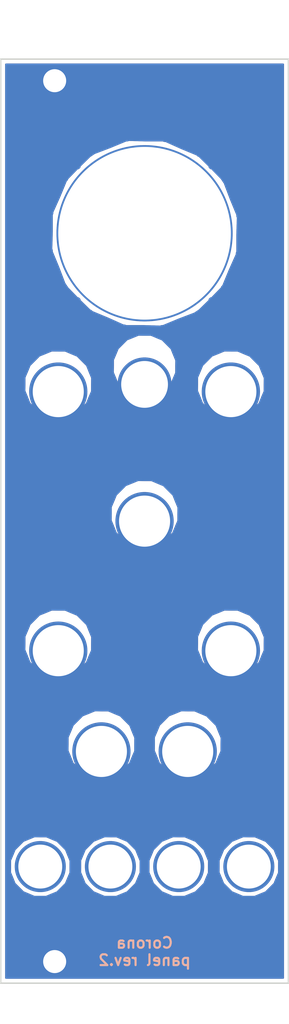
<source format=kicad_pcb>
(kicad_pcb (version 20171130) (host pcbnew "(5.0.2)-1")

  (general
    (thickness 1.6)
    (drawings 8)
    (tracks 0)
    (zones 0)
    (modules 15)
    (nets 1)
  )

  (page A4)
  (title_block
    (title Valve)
    (date 2018-01-22)
    (rev 1)
    (company "Coriolis Instruments")
    (comment 1 "Combined board with cutting lines.")
  )

  (layers
    (0 F.Cu signal)
    (31 B.Cu signal)
    (32 B.Adhes user hide)
    (33 F.Adhes user hide)
    (34 B.Paste user hide)
    (35 F.Paste user hide)
    (36 B.SilkS user)
    (37 F.SilkS user)
    (38 B.Mask user)
    (39 F.Mask user)
    (40 Dwgs.User user)
    (41 Cmts.User user hide)
    (42 Eco1.User user)
    (43 Eco2.User user hide)
    (44 Edge.Cuts user)
    (45 Margin user hide)
    (46 B.CrtYd user hide)
    (47 F.CrtYd user)
    (48 B.Fab user hide)
    (49 F.Fab user hide)
  )

  (setup
    (last_trace_width 0.25)
    (trace_clearance 0.2)
    (zone_clearance 0.508)
    (zone_45_only no)
    (trace_min 0.2)
    (segment_width 0.2)
    (edge_width 0.2)
    (via_size 0.8)
    (via_drill 0.4)
    (via_min_size 0.4)
    (via_min_drill 0.3)
    (uvia_size 0.3)
    (uvia_drill 0.1)
    (uvias_allowed no)
    (uvia_min_size 0.2)
    (uvia_min_drill 0.1)
    (pcb_text_width 0.3)
    (pcb_text_size 1.5 1.5)
    (mod_edge_width 0.15)
    (mod_text_size 1 1)
    (mod_text_width 0.15)
    (pad_size 3.2 3.2)
    (pad_drill 3.2)
    (pad_to_mask_clearance 0.2)
    (solder_mask_min_width 0.25)
    (aux_axis_origin 107.95 156.21)
    (visible_elements 7FFFFF7F)
    (pcbplotparams
      (layerselection 0x010fc_ffffffff)
      (usegerberextensions true)
      (usegerberattributes false)
      (usegerberadvancedattributes false)
      (creategerberjobfile false)
      (excludeedgelayer true)
      (linewidth 0.100000)
      (plotframeref false)
      (viasonmask false)
      (mode 1)
      (useauxorigin false)
      (hpglpennumber 1)
      (hpglpenspeed 20)
      (hpglpendiameter 15.000000)
      (psnegative false)
      (psa4output false)
      (plotreference true)
      (plotvalue true)
      (plotinvisibletext false)
      (padsonsilk false)
      (subtractmaskfromsilk false)
      (outputformat 1)
      (mirror false)
      (drillshape 0)
      (scaleselection 1)
      (outputdirectory "gerbers/"))
  )

  (net 0 "")

  (net_class Default "Dit is de standaard class."
    (clearance 0.2)
    (trace_width 0.25)
    (via_dia 0.8)
    (via_drill 0.4)
    (uvia_dia 0.3)
    (uvia_drill 0.1)
  )

  (module MountingHole:MountingHole_3.2mm_M3 (layer F.Cu) (tedit 5CA4FAF2) (tstamp 5CA500D4)
    (at 7.5 125.4)
    (descr "Mounting Hole 3.2mm, no annular, M3")
    (tags "mounting hole 3.2mm no annular m3")
    (attr virtual)
    (fp_text reference MHRAIL2 (at 0 -4.2) (layer F.SilkS) hide
      (effects (font (size 1 1) (thickness 0.15)))
    )
    (fp_text value MountingHole_3.2mm_M3 (at 0 4.2) (layer F.Fab)
      (effects (font (size 1 1) (thickness 0.15)))
    )
    (fp_text user %R (at 0.3 0) (layer F.Fab)
      (effects (font (size 1 1) (thickness 0.15)))
    )
    (fp_circle (center 0 0) (end 3.2 0) (layer Cmts.User) (width 0.15))
    (fp_circle (center 0 0) (end 3.45 0) (layer F.CrtYd) (width 0.05))
    (pad 1 np_thru_hole circle (at 0 0) (size 3.2 3.2) (drill 3.2) (layers *.Cu *.Mask))
  )

  (module Coriolis-KiCad:panel_9mm_pot (layer F.Cu) (tedit 5B77EBF4) (tstamp 5CA4FC36)
    (at 26 96.2)
    (attr virtual)
    (fp_text reference MH6 (at 6.5532 -1.3716) (layer F.SilkS) hide
      (effects (font (size 1.27 1.27) (thickness 0.15)))
    )
    (fp_text value Pot (at 6.1722 1.524) (layer F.SilkS) hide
      (effects (font (size 1.27 1.27) (thickness 0.15)))
    )
    (pad "" np_thru_hole circle (at 0 0) (size 8.1 8.1) (drill 7.1) (layers *.Cu *.Mask))
  )

  (module Coriolis-KiCad:panel_9mm_pot (layer F.Cu) (tedit 5B77EBF4) (tstamp 5CA4FC2E)
    (at 14 96.2)
    (attr virtual)
    (fp_text reference MH6 (at 6.5532 -1.3716) (layer F.SilkS) hide
      (effects (font (size 1.27 1.27) (thickness 0.15)))
    )
    (fp_text value Pot (at 6.1722 1.524) (layer F.SilkS) hide
      (effects (font (size 1.27 1.27) (thickness 0.15)))
    )
    (pad "" np_thru_hole circle (at 0 0) (size 8.1 8.1) (drill 7.1) (layers *.Cu *.Mask))
  )

  (module Coriolis-KiCad:panel_9mm_pot (layer F.Cu) (tedit 5B77EBF4) (tstamp 5BE9D94F)
    (at 20 64.2)
    (attr virtual)
    (fp_text reference MH6 (at 6.5532 -1.3716) (layer F.SilkS) hide
      (effects (font (size 1.27 1.27) (thickness 0.15)))
    )
    (fp_text value Pot (at 6.1722 1.524) (layer F.SilkS) hide
      (effects (font (size 1.27 1.27) (thickness 0.15)))
    )
    (pad "" np_thru_hole circle (at 0 0) (size 8.1 8.1) (drill 7.1) (layers *.Cu *.Mask))
  )

  (module Coriolis-KiCad:panel_thonk_jack (layer F.Cu) (tedit 5B77EB7E) (tstamp 5BE9D66E)
    (at 15.25 112.2)
    (attr virtual)
    (fp_text reference MH3 (at 5.8674 -1.5494) (layer F.SilkS) hide
      (effects (font (size 1.27 1.27) (thickness 0.15)))
    )
    (fp_text value Jack (at 5.6896 1.3208) (layer F.SilkS) hide
      (effects (font (size 1.27 1.27) (thickness 0.15)))
    )
    (pad "" np_thru_hole circle (at 0 0) (size 7.1 7.1) (drill 6.1) (layers *.Cu *.Mask))
  )

  (module Coriolis-KiCad:panel_thonk_jack (layer F.Cu) (tedit 5B77EB7E) (tstamp 5BE9D65E)
    (at 34.5 112.2)
    (attr virtual)
    (fp_text reference MH3 (at 5.8674 -1.5494) (layer F.SilkS) hide
      (effects (font (size 1.27 1.27) (thickness 0.15)))
    )
    (fp_text value Jack (at 5.6896 1.3208) (layer F.SilkS) hide
      (effects (font (size 1.27 1.27) (thickness 0.15)))
    )
    (pad "" np_thru_hole circle (at 0 0) (size 7.1 7.1) (drill 6.1) (layers *.Cu *.Mask))
  )

  (module Coriolis-KiCad:panel_thonk_jack (layer F.Cu) (tedit 5B77EB7E) (tstamp 5BE9D656)
    (at 24.75 112.2)
    (attr virtual)
    (fp_text reference MH3 (at 5.8674 -1.5494) (layer F.SilkS) hide
      (effects (font (size 1.27 1.27) (thickness 0.15)))
    )
    (fp_text value Jack (at 5.6896 1.3208) (layer F.SilkS) hide
      (effects (font (size 1.27 1.27) (thickness 0.15)))
    )
    (pad "" np_thru_hole circle (at 0 0) (size 7.1 7.1) (drill 6.1) (layers *.Cu *.Mask))
  )

  (module Coriolis-KiCad:panel_9mm_pot (layer F.Cu) (tedit 5B77EBF4) (tstamp 5BE9D4EE)
    (at 32 82.2)
    (attr virtual)
    (fp_text reference MH6 (at 6.5532 -1.3716) (layer F.SilkS) hide
      (effects (font (size 1.27 1.27) (thickness 0.15)))
    )
    (fp_text value Pot (at 6.1722 1.524) (layer F.SilkS) hide
      (effects (font (size 1.27 1.27) (thickness 0.15)))
    )
    (pad "" np_thru_hole circle (at 0 0) (size 8.1 8.1) (drill 7.1) (layers *.Cu *.Mask))
  )

  (module Coriolis-KiCad:panel_9mm_pot (layer F.Cu) (tedit 5B77EBF4) (tstamp 5BE9D2AF)
    (at 8 82.2)
    (attr virtual)
    (fp_text reference MH6 (at 6.5532 -1.3716) (layer F.SilkS) hide
      (effects (font (size 1.27 1.27) (thickness 0.15)))
    )
    (fp_text value Pot (at 6.1722 1.524) (layer F.SilkS) hide
      (effects (font (size 1.27 1.27) (thickness 0.15)))
    )
    (pad "" np_thru_hole circle (at 0 0) (size 8.1 8.1) (drill 7.1) (layers *.Cu *.Mask))
  )

  (module Coriolis-KiCad:panel_9mm_pot (layer F.Cu) (tedit 5B77EBF4) (tstamp 5BE9D200)
    (at 8 46.2)
    (attr virtual)
    (fp_text reference MH6 (at 6.5532 -1.3716) (layer F.SilkS) hide
      (effects (font (size 1.27 1.27) (thickness 0.15)))
    )
    (fp_text value Pot (at 6.1722 1.524) (layer F.SilkS) hide
      (effects (font (size 1.27 1.27) (thickness 0.15)))
    )
    (pad "" np_thru_hole circle (at 0 0) (size 8.1 8.1) (drill 7.1) (layers *.Cu *.Mask))
  )

  (module Coriolis-KiCad:panel_9mm_pot (layer F.Cu) (tedit 5B77EBF4) (tstamp 5BE9D007)
    (at 32 46.2)
    (attr virtual)
    (fp_text reference MH6 (at 6.5532 -1.3716) (layer F.SilkS) hide
      (effects (font (size 1.27 1.27) (thickness 0.15)))
    )
    (fp_text value Pot (at 6.1722 1.524) (layer F.SilkS) hide
      (effects (font (size 1.27 1.27) (thickness 0.15)))
    )
    (pad "" np_thru_hole circle (at 0 0) (size 8.1 8.1) (drill 7.1) (layers *.Cu *.Mask))
  )

  (module Coriolis-KiCad:panel_thonk_jack (layer F.Cu) (tedit 5B77EB7E) (tstamp 5BE9D5E1)
    (at 5.5 112.2)
    (attr virtual)
    (fp_text reference MH3 (at 5.8674 -1.5494) (layer F.SilkS) hide
      (effects (font (size 1.27 1.27) (thickness 0.15)))
    )
    (fp_text value Jack (at 5.6896 1.3208) (layer F.SilkS) hide
      (effects (font (size 1.27 1.27) (thickness 0.15)))
    )
    (pad "" np_thru_hole circle (at 0 0) (size 7.1 7.1) (drill 6.1) (layers *.Cu *.Mask))
  )

  (module Coriolis-KiCad:panel_0.25in_bushing (layer F.Cu) (tedit 5B79279F) (tstamp 5BE9D9AF)
    (at 20 45.2)
    (attr virtual)
    (fp_text reference MH5 (at 6.5532 -1.3716) (layer F.SilkS) hide
      (effects (font (size 1.27 1.27) (thickness 0.15)))
    )
    (fp_text value Switch (at 6.1722 1.524) (layer F.SilkS) hide
      (effects (font (size 1.27 1.27) (thickness 0.15)))
    )
    (pad "" np_thru_hole circle (at 0 0) (size 7.5 7.5) (drill 6.5) (layers *.Cu *.Mask))
  )

  (module Coriolis-KiCad:panel_12AX7_hole (layer F.Cu) (tedit 5CA4F9B8) (tstamp 5BFCF791)
    (at 20 24.2)
    (fp_text reference MHTUBE1 (at 0 -1.93) (layer F.SilkS) hide
      (effects (font (size 1 1) (thickness 0.15)))
    )
    (fp_text value panel_12AX7_hole (at 0 -0.5) (layer F.Fab)
      (effects (font (size 1 1) (thickness 0.15)))
    )
    (pad "" np_thru_hole circle (at 0 0) (size 24.5 24.5) (drill 24) (layers *.Cu *.Mask))
  )

  (module MountingHole:MountingHole_3.2mm_M3 (layer F.Cu) (tedit 5CA4FAE9) (tstamp 5CA500BA)
    (at 7.5 3)
    (descr "Mounting Hole 3.2mm, no annular, M3")
    (tags "mounting hole 3.2mm no annular m3")
    (attr virtual)
    (fp_text reference MHRAIL1 (at 0 -4.2) (layer F.SilkS) hide
      (effects (font (size 1 1) (thickness 0.15)))
    )
    (fp_text value MountingHole_3.2mm_M3 (at 0 4.2) (layer F.Fab)
      (effects (font (size 1 1) (thickness 0.15)))
    )
    (fp_circle (center 0 0) (end 3.45 0) (layer F.CrtYd) (width 0.05))
    (fp_circle (center 0 0) (end 3.2 0) (layer Cmts.User) (width 0.15))
    (fp_text user %R (at 0.3 0) (layer F.Fab)
      (effects (font (size 1 1) (thickness 0.15)))
    )
    (pad 1 np_thru_hole circle (at 0 0) (size 3.2 3.2) (drill 3.2) (layers *.Cu *.Mask))
  )

  (gr_text "Corona\npanel rev.2" (at 20 124) (layer B.SilkS)
    (effects (font (size 1.5 1.5) (thickness 0.3)) (justify mirror))
  )
  (gr_text center (at 20 -6.81) (layer Dwgs.User)
    (effects (font (size 1.5 1.5) (thickness 0.3)))
  )
  (gr_line (start 20 -2) (end 20 134) (layer Dwgs.User) (width 0.2) (tstamp 5AA245F4))
  (gr_line (start 0 128.4) (end 0 0) (layer Edge.Cuts) (width 0.2))
  (gr_line (start 40 0) (end 40 128.4) (layer Edge.Cuts) (width 0.2))
  (gr_line (start 40 0) (end 0 0) (layer Edge.Cuts) (width 0.2))
  (gr_text "Combined board 99mmx60mm (12HP)\n@ [120 180],[51 150]" (at 185.532 52.972) (layer Cmts.User)
    (effects (font (size 1.5 1.5) (thickness 0.3)) (justify left))
  )
  (gr_line (start 0 128.4) (end 40 128.4) (layer Edge.Cuts) (width 0.2))

  (zone (net 0) (net_name "") (layer F.Cu) (tstamp 5BECA2F6) (hatch edge 0.508)
    (connect_pads (clearance 0.508))
    (min_thickness 0.254)
    (fill yes (arc_segments 16) (thermal_gap 0.508) (thermal_bridge_width 0.508))
    (polygon
      (pts
        (xy 40 0) (xy 0 0) (xy 0 128.4) (xy 40 128.4)
      )
    )
    (filled_polygon
      (pts
        (xy 39.265001 127.665) (xy 0.735 127.665) (xy 0.735 112.992645) (xy 1.307279 112.992645) (xy 1.315 113.011798)
        (xy 1.315 113.032448) (xy 1.625959 113.783171) (xy 1.929763 114.536793) (xy 1.95175 114.569698) (xy 1.952128 114.570612)
        (xy 1.952827 114.571311) (xy 1.974814 114.604217) (xy 2.022313 114.640797) (xy 3.059203 115.677687) (xy 3.095783 115.725186)
        (xy 3.114785 115.733269) (xy 3.129388 115.747872) (xy 3.880103 116.058828) (xy 4.627823 116.376901) (xy 4.648473 116.377097)
        (xy 4.667552 116.385) (xy 5.480123 116.385) (xy 6.292645 116.392721) (xy 6.311798 116.385) (xy 6.332448 116.385)
        (xy 7.083171 116.074041) (xy 7.836793 115.770237) (xy 7.869698 115.74825) (xy 7.870612 115.747872) (xy 7.871311 115.747173)
        (xy 7.904217 115.725186) (xy 7.940797 115.677687) (xy 8.977687 114.640797) (xy 9.025186 114.604217) (xy 9.033269 114.585215)
        (xy 9.047872 114.570612) (xy 9.358828 113.819897) (xy 9.676901 113.072177) (xy 9.677097 113.051527) (xy 9.685 113.032448)
        (xy 9.685 112.992645) (xy 11.057279 112.992645) (xy 11.065 113.011798) (xy 11.065 113.032448) (xy 11.375959 113.783171)
        (xy 11.679763 114.536793) (xy 11.70175 114.569698) (xy 11.702128 114.570612) (xy 11.702827 114.571311) (xy 11.724814 114.604217)
        (xy 11.772313 114.640797) (xy 12.809203 115.677687) (xy 12.845783 115.725186) (xy 12.864785 115.733269) (xy 12.879388 115.747872)
        (xy 13.630103 116.058828) (xy 14.377823 116.376901) (xy 14.398473 116.377097) (xy 14.417552 116.385) (xy 15.230123 116.385)
        (xy 16.042645 116.392721) (xy 16.061798 116.385) (xy 16.082448 116.385) (xy 16.833171 116.074041) (xy 17.586793 115.770237)
        (xy 17.619698 115.74825) (xy 17.620612 115.747872) (xy 17.621311 115.747173) (xy 17.654217 115.725186) (xy 17.690797 115.677687)
        (xy 18.727687 114.640797) (xy 18.775186 114.604217) (xy 18.783269 114.585215) (xy 18.797872 114.570612) (xy 19.108828 113.819897)
        (xy 19.426901 113.072177) (xy 19.427097 113.051527) (xy 19.435 113.032448) (xy 19.435 112.992645) (xy 20.557279 112.992645)
        (xy 20.565 113.011798) (xy 20.565 113.032448) (xy 20.875959 113.783171) (xy 21.179763 114.536793) (xy 21.20175 114.569698)
        (xy 21.202128 114.570612) (xy 21.202827 114.571311) (xy 21.224814 114.604217) (xy 21.272313 114.640797) (xy 22.309203 115.677687)
        (xy 22.345783 115.725186) (xy 22.364785 115.733269) (xy 22.379388 115.747872) (xy 23.130103 116.058828) (xy 23.877823 116.376901)
        (xy 23.898473 116.377097) (xy 23.917552 116.385) (xy 24.730123 116.385) (xy 25.542645 116.392721) (xy 25.561798 116.385)
        (xy 25.582448 116.385) (xy 26.333171 116.074041) (xy 27.086793 115.770237) (xy 27.119698 115.74825) (xy 27.120612 115.747872)
        (xy 27.121311 115.747173) (xy 27.154217 115.725186) (xy 27.190797 115.677687) (xy 28.227687 114.640797) (xy 28.275186 114.604217)
        (xy 28.283269 114.585215) (xy 28.297872 114.570612) (xy 28.608828 113.819897) (xy 28.926901 113.072177) (xy 28.927097 113.051527)
        (xy 28.935 113.032448) (xy 28.935 112.992645) (xy 30.307279 112.992645) (xy 30.315 113.011798) (xy 30.315 113.032448)
        (xy 30.625959 113.783171) (xy 30.929763 114.536793) (xy 30.95175 114.569698) (xy 30.952128 114.570612) (xy 30.952827 114.571311)
        (xy 30.974814 114.604217) (xy 31.022313 114.640797) (xy 32.059203 115.677687) (xy 32.095783 115.725186) (xy 32.114785 115.733269)
        (xy 32.129388 115.747872) (xy 32.880103 116.058828) (xy 33.627823 116.376901) (xy 33.648473 116.377097) (xy 33.667552 116.385)
        (xy 34.480123 116.385) (xy 35.292645 116.392721) (xy 35.311798 116.385) (xy 35.332448 116.385) (xy 36.083171 116.074041)
        (xy 36.836793 115.770237) (xy 36.869698 115.74825) (xy 36.870612 115.747872) (xy 36.871311 115.747173) (xy 36.904217 115.725186)
        (xy 36.940797 115.677687) (xy 37.977687 114.640797) (xy 38.025186 114.604217) (xy 38.033269 114.585215) (xy 38.047872 114.570612)
        (xy 38.358828 113.819897) (xy 38.676901 113.072177) (xy 38.677097 113.051527) (xy 38.685 113.032448) (xy 38.685 112.219877)
        (xy 38.692721 111.407355) (xy 38.685 111.388202) (xy 38.685 111.367552) (xy 38.374041 110.616829) (xy 38.070237 109.863207)
        (xy 38.04825 109.830302) (xy 38.047872 109.829388) (xy 38.047173 109.828689) (xy 38.025186 109.795783) (xy 37.977687 109.759203)
        (xy 36.940797 108.722313) (xy 36.904217 108.674814) (xy 36.885215 108.666731) (xy 36.870612 108.652128) (xy 36.119897 108.341172)
        (xy 35.372177 108.023099) (xy 35.351527 108.022903) (xy 35.332448 108.015) (xy 34.519877 108.015) (xy 33.707355 108.007279)
        (xy 33.688202 108.015) (xy 33.667552 108.015) (xy 32.916829 108.325959) (xy 32.163207 108.629763) (xy 32.130302 108.65175)
        (xy 32.129388 108.652128) (xy 32.128689 108.652827) (xy 32.095783 108.674814) (xy 32.059203 108.722313) (xy 31.022313 109.759203)
        (xy 30.974814 109.795783) (xy 30.966731 109.814785) (xy 30.952128 109.829388) (xy 30.641172 110.580103) (xy 30.323099 111.327823)
        (xy 30.322903 111.348473) (xy 30.315 111.367552) (xy 30.315 112.180123) (xy 30.307279 112.992645) (xy 28.935 112.992645)
        (xy 28.935 112.219877) (xy 28.942721 111.407355) (xy 28.935 111.388202) (xy 28.935 111.367552) (xy 28.624041 110.616829)
        (xy 28.320237 109.863207) (xy 28.29825 109.830302) (xy 28.297872 109.829388) (xy 28.297173 109.828689) (xy 28.275186 109.795783)
        (xy 28.227687 109.759203) (xy 27.190797 108.722313) (xy 27.154217 108.674814) (xy 27.135215 108.666731) (xy 27.120612 108.652128)
        (xy 26.369897 108.341172) (xy 25.622177 108.023099) (xy 25.601527 108.022903) (xy 25.582448 108.015) (xy 24.769877 108.015)
        (xy 23.957355 108.007279) (xy 23.938202 108.015) (xy 23.917552 108.015) (xy 23.166829 108.325959) (xy 22.413207 108.629763)
        (xy 22.380302 108.65175) (xy 22.379388 108.652128) (xy 22.378689 108.652827) (xy 22.345783 108.674814) (xy 22.309203 108.722313)
        (xy 21.272313 109.759203) (xy 21.224814 109.795783) (xy 21.216731 109.814785) (xy 21.202128 109.829388) (xy 20.891172 110.580103)
        (xy 20.573099 111.327823) (xy 20.572903 111.348473) (xy 20.565 111.367552) (xy 20.565 112.180123) (xy 20.557279 112.992645)
        (xy 19.435 112.992645) (xy 19.435 112.219877) (xy 19.442721 111.407355) (xy 19.435 111.388202) (xy 19.435 111.367552)
        (xy 19.124041 110.616829) (xy 18.820237 109.863207) (xy 18.79825 109.830302) (xy 18.797872 109.829388) (xy 18.797173 109.828689)
        (xy 18.775186 109.795783) (xy 18.727687 109.759203) (xy 17.690797 108.722313) (xy 17.654217 108.674814) (xy 17.635215 108.666731)
        (xy 17.620612 108.652128) (xy 16.869897 108.341172) (xy 16.122177 108.023099) (xy 16.101527 108.022903) (xy 16.082448 108.015)
        (xy 15.269877 108.015) (xy 14.457355 108.007279) (xy 14.438202 108.015) (xy 14.417552 108.015) (xy 13.666829 108.325959)
        (xy 12.913207 108.629763) (xy 12.880302 108.65175) (xy 12.879388 108.652128) (xy 12.878689 108.652827) (xy 12.845783 108.674814)
        (xy 12.809203 108.722313) (xy 11.772313 109.759203) (xy 11.724814 109.795783) (xy 11.716731 109.814785) (xy 11.702128 109.829388)
        (xy 11.391172 110.580103) (xy 11.073099 111.327823) (xy 11.072903 111.348473) (xy 11.065 111.367552) (xy 11.065 112.180123)
        (xy 11.057279 112.992645) (xy 9.685 112.992645) (xy 9.685 112.219877) (xy 9.692721 111.407355) (xy 9.685 111.388202)
        (xy 9.685 111.367552) (xy 9.374041 110.616829) (xy 9.070237 109.863207) (xy 9.04825 109.830302) (xy 9.047872 109.829388)
        (xy 9.047173 109.828689) (xy 9.025186 109.795783) (xy 8.977687 109.759203) (xy 7.940797 108.722313) (xy 7.904217 108.674814)
        (xy 7.885215 108.666731) (xy 7.870612 108.652128) (xy 7.119897 108.341172) (xy 6.372177 108.023099) (xy 6.351527 108.022903)
        (xy 6.332448 108.015) (xy 5.519877 108.015) (xy 4.707355 108.007279) (xy 4.688202 108.015) (xy 4.667552 108.015)
        (xy 3.916829 108.325959) (xy 3.163207 108.629763) (xy 3.130302 108.65175) (xy 3.129388 108.652128) (xy 3.128689 108.652827)
        (xy 3.095783 108.674814) (xy 3.059203 108.722313) (xy 2.022313 109.759203) (xy 1.974814 109.795783) (xy 1.966731 109.814785)
        (xy 1.952128 109.829388) (xy 1.641172 110.580103) (xy 1.323099 111.327823) (xy 1.322903 111.348473) (xy 1.315 111.367552)
        (xy 1.315 112.180123) (xy 1.307279 112.992645) (xy 0.735 112.992645) (xy 0.735 96.072426) (xy 9.303561 96.072426)
        (xy 9.315 96.101064) (xy 9.315 96.131905) (xy 9.660287 96.965501) (xy 9.994919 97.803266) (xy 10.027492 97.852015)
        (xy 10.028248 97.85384) (xy 10.029645 97.855237) (xy 10.062218 97.903986) (xy 10.145526 97.971118) (xy 11.228882 99.054474)
        (xy 11.296014 99.137782) (xy 11.324351 99.149943) (xy 11.34616 99.171752) (xy 12.179757 99.517039) (xy 13.008767 99.872807)
        (xy 13.039602 99.873198) (xy 13.068095 99.885) (xy 13.970327 99.885) (xy 14.872426 99.896439) (xy 14.901064 99.885)
        (xy 14.931905 99.885) (xy 15.765501 99.539713) (xy 16.603266 99.205081) (xy 16.652015 99.172508) (xy 16.65384 99.171752)
        (xy 16.655237 99.170355) (xy 16.703986 99.137782) (xy 16.771118 99.054474) (xy 17.854474 97.971118) (xy 17.937782 97.903986)
        (xy 17.949943 97.875649) (xy 17.971752 97.85384) (xy 18.317039 97.020243) (xy 18.672807 96.191233) (xy 18.673198 96.160398)
        (xy 18.685 96.131905) (xy 18.685 96.072426) (xy 21.303561 96.072426) (xy 21.315 96.101064) (xy 21.315 96.131905)
        (xy 21.660287 96.965501) (xy 21.994919 97.803266) (xy 22.027492 97.852015) (xy 22.028248 97.85384) (xy 22.029645 97.855237)
        (xy 22.062218 97.903986) (xy 22.145526 97.971118) (xy 23.228882 99.054474) (xy 23.296014 99.137782) (xy 23.324351 99.149943)
        (xy 23.34616 99.171752) (xy 24.179757 99.517039) (xy 25.008767 99.872807) (xy 25.039602 99.873198) (xy 25.068095 99.885)
        (xy 25.970327 99.885) (xy 26.872426 99.896439) (xy 26.901064 99.885) (xy 26.931905 99.885) (xy 27.765501 99.539713)
        (xy 28.603266 99.205081) (xy 28.652015 99.172508) (xy 28.65384 99.171752) (xy 28.655237 99.170355) (xy 28.703986 99.137782)
        (xy 28.771118 99.054474) (xy 29.854474 97.971118) (xy 29.937782 97.903986) (xy 29.949943 97.875649) (xy 29.971752 97.85384)
        (xy 30.317039 97.020243) (xy 30.672807 96.191233) (xy 30.673198 96.160398) (xy 30.685 96.131905) (xy 30.685 95.229673)
        (xy 30.696439 94.327574) (xy 30.685 94.298936) (xy 30.685 94.268095) (xy 30.339713 93.434499) (xy 30.005081 92.596734)
        (xy 29.972508 92.547985) (xy 29.971752 92.54616) (xy 29.970355 92.544763) (xy 29.937782 92.496014) (xy 29.854474 92.428882)
        (xy 28.771118 91.345526) (xy 28.703986 91.262218) (xy 28.675649 91.250057) (xy 28.65384 91.228248) (xy 27.820243 90.882961)
        (xy 26.991233 90.527193) (xy 26.960398 90.526802) (xy 26.931905 90.515) (xy 26.029673 90.515) (xy 25.127574 90.503561)
        (xy 25.098936 90.515) (xy 25.068095 90.515) (xy 24.234499 90.860287) (xy 23.396734 91.194919) (xy 23.347985 91.227492)
        (xy 23.34616 91.228248) (xy 23.344763 91.229645) (xy 23.296014 91.262218) (xy 23.228882 91.345526) (xy 22.145526 92.428882)
        (xy 22.062218 92.496014) (xy 22.050057 92.524351) (xy 22.028248 92.54616) (xy 21.682961 93.379757) (xy 21.327193 94.208767)
        (xy 21.326802 94.239602) (xy 21.315 94.268095) (xy 21.315 95.170327) (xy 21.303561 96.072426) (xy 18.685 96.072426)
        (xy 18.685 95.229673) (xy 18.696439 94.327574) (xy 18.685 94.298936) (xy 18.685 94.268095) (xy 18.339713 93.434499)
        (xy 18.005081 92.596734) (xy 17.972508 92.547985) (xy 17.971752 92.54616) (xy 17.970355 92.544763) (xy 17.937782 92.496014)
        (xy 17.854474 92.428882) (xy 16.771118 91.345526) (xy 16.703986 91.262218) (xy 16.675649 91.250057) (xy 16.65384 91.228248)
        (xy 15.820243 90.882961) (xy 14.991233 90.527193) (xy 14.960398 90.526802) (xy 14.931905 90.515) (xy 14.029673 90.515)
        (xy 13.127574 90.503561) (xy 13.098936 90.515) (xy 13.068095 90.515) (xy 12.234499 90.860287) (xy 11.396734 91.194919)
        (xy 11.347985 91.227492) (xy 11.34616 91.228248) (xy 11.344763 91.229645) (xy 11.296014 91.262218) (xy 11.228882 91.345526)
        (xy 10.145526 92.428882) (xy 10.062218 92.496014) (xy 10.050057 92.524351) (xy 10.028248 92.54616) (xy 9.682961 93.379757)
        (xy 9.327193 94.208767) (xy 9.326802 94.239602) (xy 9.315 94.268095) (xy 9.315 95.170327) (xy 9.303561 96.072426)
        (xy 0.735 96.072426) (xy 0.735 82.072426) (xy 3.303561 82.072426) (xy 3.315 82.101064) (xy 3.315 82.131905)
        (xy 3.660287 82.965501) (xy 3.994919 83.803266) (xy 4.027492 83.852015) (xy 4.028248 83.85384) (xy 4.029645 83.855237)
        (xy 4.062218 83.903986) (xy 4.145526 83.971118) (xy 5.228882 85.054474) (xy 5.296014 85.137782) (xy 5.324351 85.149943)
        (xy 5.34616 85.171752) (xy 6.179757 85.517039) (xy 7.008767 85.872807) (xy 7.039602 85.873198) (xy 7.068095 85.885)
        (xy 7.970327 85.885) (xy 8.872426 85.896439) (xy 8.901064 85.885) (xy 8.931905 85.885) (xy 9.765501 85.539713)
        (xy 10.603266 85.205081) (xy 10.652015 85.172508) (xy 10.65384 85.171752) (xy 10.655237 85.170355) (xy 10.703986 85.137782)
        (xy 10.771118 85.054474) (xy 11.854474 83.971118) (xy 11.937782 83.903986) (xy 11.949943 83.875649) (xy 11.971752 83.85384)
        (xy 12.317039 83.020243) (xy 12.672807 82.191233) (xy 12.673198 82.160398) (xy 12.685 82.131905) (xy 12.685 82.072426)
        (xy 27.303561 82.072426) (xy 27.315 82.101064) (xy 27.315 82.131905) (xy 27.660287 82.965501) (xy 27.994919 83.803266)
        (xy 28.027492 83.852015) (xy 28.028248 83.85384) (xy 28.029645 83.855237) (xy 28.062218 83.903986) (xy 28.145526 83.971118)
        (xy 29.228882 85.054474) (xy 29.296014 85.137782) (xy 29.324351 85.149943) (xy 29.34616 85.171752) (xy 30.179757 85.517039)
        (xy 31.008767 85.872807) (xy 31.039602 85.873198) (xy 31.068095 85.885) (xy 31.970327 85.885) (xy 32.872426 85.896439)
        (xy 32.901064 85.885) (xy 32.931905 85.885) (xy 33.765501 85.539713) (xy 34.603266 85.205081) (xy 34.652015 85.172508)
        (xy 34.65384 85.171752) (xy 34.655237 85.170355) (xy 34.703986 85.137782) (xy 34.771118 85.054474) (xy 35.854474 83.971118)
        (xy 35.937782 83.903986) (xy 35.949943 83.875649) (xy 35.971752 83.85384) (xy 36.317039 83.020243) (xy 36.672807 82.191233)
        (xy 36.673198 82.160398) (xy 36.685 82.131905) (xy 36.685 81.229673) (xy 36.696439 80.327574) (xy 36.685 80.298936)
        (xy 36.685 80.268095) (xy 36.339713 79.434499) (xy 36.005081 78.596734) (xy 35.972508 78.547985) (xy 35.971752 78.54616)
        (xy 35.970355 78.544763) (xy 35.937782 78.496014) (xy 35.854474 78.428882) (xy 34.771118 77.345526) (xy 34.703986 77.262218)
        (xy 34.675649 77.250057) (xy 34.65384 77.228248) (xy 33.820243 76.882961) (xy 32.991233 76.527193) (xy 32.960398 76.526802)
        (xy 32.931905 76.515) (xy 32.029673 76.515) (xy 31.127574 76.503561) (xy 31.098936 76.515) (xy 31.068095 76.515)
        (xy 30.234499 76.860287) (xy 29.396734 77.194919) (xy 29.347985 77.227492) (xy 29.34616 77.228248) (xy 29.344763 77.229645)
        (xy 29.296014 77.262218) (xy 29.228882 77.345526) (xy 28.145526 78.428882) (xy 28.062218 78.496014) (xy 28.050057 78.524351)
        (xy 28.028248 78.54616) (xy 27.682961 79.379757) (xy 27.327193 80.208767) (xy 27.326802 80.239602) (xy 27.315 80.268095)
        (xy 27.315 81.170327) (xy 27.303561 82.072426) (xy 12.685 82.072426) (xy 12.685 81.229673) (xy 12.696439 80.327574)
        (xy 12.685 80.298936) (xy 12.685 80.268095) (xy 12.339713 79.434499) (xy 12.005081 78.596734) (xy 11.972508 78.547985)
        (xy 11.971752 78.54616) (xy 11.970355 78.544763) (xy 11.937782 78.496014) (xy 11.854474 78.428882) (xy 10.771118 77.345526)
        (xy 10.703986 77.262218) (xy 10.675649 77.250057) (xy 10.65384 77.228248) (xy 9.820243 76.882961) (xy 8.991233 76.527193)
        (xy 8.960398 76.526802) (xy 8.931905 76.515) (xy 8.029673 76.515) (xy 7.127574 76.503561) (xy 7.098936 76.515)
        (xy 7.068095 76.515) (xy 6.234499 76.860287) (xy 5.396734 77.194919) (xy 5.347985 77.227492) (xy 5.34616 77.228248)
        (xy 5.344763 77.229645) (xy 5.296014 77.262218) (xy 5.228882 77.345526) (xy 4.145526 78.428882) (xy 4.062218 78.496014)
        (xy 4.050057 78.524351) (xy 4.028248 78.54616) (xy 3.682961 79.379757) (xy 3.327193 80.208767) (xy 3.326802 80.239602)
        (xy 3.315 80.268095) (xy 3.315 81.170327) (xy 3.303561 82.072426) (xy 0.735 82.072426) (xy 0.735 64.072426)
        (xy 15.303561 64.072426) (xy 15.315 64.101064) (xy 15.315 64.131905) (xy 15.660287 64.965501) (xy 15.994919 65.803266)
        (xy 16.027492 65.852015) (xy 16.028248 65.85384) (xy 16.029645 65.855237) (xy 16.062218 65.903986) (xy 16.145526 65.971118)
        (xy 17.228882 67.054474) (xy 17.296014 67.137782) (xy 17.324351 67.149943) (xy 17.34616 67.171752) (xy 18.179757 67.517039)
        (xy 19.008767 67.872807) (xy 19.039602 67.873198) (xy 19.068095 67.885) (xy 19.970327 67.885) (xy 20.872426 67.896439)
        (xy 20.901064 67.885) (xy 20.931905 67.885) (xy 21.765501 67.539713) (xy 22.603266 67.205081) (xy 22.652015 67.172508)
        (xy 22.65384 67.171752) (xy 22.655237 67.170355) (xy 22.703986 67.137782) (xy 22.771118 67.054474) (xy 23.854474 65.971118)
        (xy 23.937782 65.903986) (xy 23.949943 65.875649) (xy 23.971752 65.85384) (xy 24.317039 65.020243) (xy 24.672807 64.191233)
        (xy 24.673198 64.160398) (xy 24.685 64.131905) (xy 24.685 63.229673) (xy 24.696439 62.327574) (xy 24.685 62.298936)
        (xy 24.685 62.268095) (xy 24.339713 61.434499) (xy 24.005081 60.596734) (xy 23.972508 60.547985) (xy 23.971752 60.54616)
        (xy 23.970355 60.544763) (xy 23.937782 60.496014) (xy 23.854474 60.428882) (xy 22.771118 59.345526) (xy 22.703986 59.262218)
        (xy 22.675649 59.250057) (xy 22.65384 59.228248) (xy 21.820243 58.882961) (xy 20.991233 58.527193) (xy 20.960398 58.526802)
        (xy 20.931905 58.515) (xy 20.029673 58.515) (xy 19.127574 58.503561) (xy 19.098936 58.515) (xy 19.068095 58.515)
        (xy 18.234499 58.860287) (xy 17.396734 59.194919) (xy 17.347985 59.227492) (xy 17.34616 59.228248) (xy 17.344763 59.229645)
        (xy 17.296014 59.262218) (xy 17.228882 59.345526) (xy 16.145526 60.428882) (xy 16.062218 60.496014) (xy 16.050057 60.524351)
        (xy 16.028248 60.54616) (xy 15.682961 61.379757) (xy 15.327193 62.208767) (xy 15.326802 62.239602) (xy 15.315 62.268095)
        (xy 15.315 63.170327) (xy 15.303561 64.072426) (xy 0.735 64.072426) (xy 0.735 46.072426) (xy 3.303561 46.072426)
        (xy 3.315 46.101064) (xy 3.315 46.131905) (xy 3.660287 46.965501) (xy 3.994919 47.803266) (xy 4.027492 47.852015)
        (xy 4.028248 47.85384) (xy 4.029645 47.855237) (xy 4.062218 47.903986) (xy 4.145526 47.971118) (xy 5.228882 49.054474)
        (xy 5.296014 49.137782) (xy 5.324351 49.149943) (xy 5.34616 49.171752) (xy 6.179757 49.517039) (xy 7.008767 49.872807)
        (xy 7.039602 49.873198) (xy 7.068095 49.885) (xy 7.970327 49.885) (xy 8.872426 49.896439) (xy 8.901064 49.885)
        (xy 8.931905 49.885) (xy 9.765501 49.539713) (xy 10.603266 49.205081) (xy 10.652015 49.172508) (xy 10.65384 49.171752)
        (xy 10.655237 49.170355) (xy 10.703986 49.137782) (xy 10.771118 49.054474) (xy 11.854474 47.971118) (xy 11.937782 47.903986)
        (xy 11.949943 47.875649) (xy 11.971752 47.85384) (xy 12.317039 47.020243) (xy 12.672807 46.191233) (xy 12.673198 46.160398)
        (xy 12.685 46.131905) (xy 12.685 45.229673) (xy 12.696439 44.327574) (xy 12.685 44.298936) (xy 12.685 44.268095)
        (xy 12.377017 43.524558) (xy 15.605786 43.524558) (xy 15.615 43.547504) (xy 15.615 43.572231) (xy 15.939662 44.356033)
        (xy 16.25582 45.143385) (xy 16.282061 45.182657) (xy 16.282577 45.183903) (xy 16.28353 45.184856) (xy 16.309771 45.224128)
        (xy 16.370439 45.271765) (xy 17.428235 46.329561) (xy 17.475872 46.390229) (xy 17.498614 46.39994) (xy 17.516097 46.417423)
        (xy 18.299907 46.742088) (xy 19.080199 47.075269) (xy 19.104925 47.075538) (xy 19.127769 47.085) (xy 19.97618 47.085)
        (xy 20.824558 47.094214) (xy 20.847504 47.085) (xy 20.872231 47.085) (xy 21.656033 46.760338) (xy 22.443385 46.44418)
        (xy 22.482657 46.417939) (xy 22.483903 46.417423) (xy 22.484856 46.41647) (xy 22.524128 46.390229) (xy 22.571765 46.329561)
        (xy 22.8289 46.072426) (xy 27.303561 46.072426) (xy 27.315 46.101064) (xy 27.315 46.131905) (xy 27.660287 46.965501)
        (xy 27.994919 47.803266) (xy 28.027492 47.852015) (xy 28.028248 47.85384) (xy 28.029645 47.855237) (xy 28.062218 47.903986)
        (xy 28.145526 47.971118) (xy 29.228882 49.054474) (xy 29.296014 49.137782) (xy 29.324351 49.149943) (xy 29.34616 49.171752)
        (xy 30.179757 49.517039) (xy 31.008767 49.872807) (xy 31.039602 49.873198) (xy 31.068095 49.885) (xy 31.970327 49.885)
        (xy 32.872426 49.896439) (xy 32.901064 49.885) (xy 32.931905 49.885) (xy 33.765501 49.539713) (xy 34.603266 49.205081)
        (xy 34.652015 49.172508) (xy 34.65384 49.171752) (xy 34.655237 49.170355) (xy 34.703986 49.137782) (xy 34.771118 49.054474)
        (xy 35.854474 47.971118) (xy 35.937782 47.903986) (xy 35.949943 47.875649) (xy 35.971752 47.85384) (xy 36.317039 47.020243)
        (xy 36.672807 46.191233) (xy 36.673198 46.160398) (xy 36.685 46.131905) (xy 36.685 45.229673) (xy 36.696439 44.327574)
        (xy 36.685 44.298936) (xy 36.685 44.268095) (xy 36.339713 43.434499) (xy 36.005081 42.596734) (xy 35.972508 42.547985)
        (xy 35.971752 42.54616) (xy 35.970355 42.544763) (xy 35.937782 42.496014) (xy 35.854474 42.428882) (xy 34.771118 41.345526)
        (xy 34.703986 41.262218) (xy 34.675649 41.250057) (xy 34.65384 41.228248) (xy 33.820243 40.882961) (xy 32.991233 40.527193)
        (xy 32.960398 40.526802) (xy 32.931905 40.515) (xy 32.029673 40.515) (xy 31.127574 40.503561) (xy 31.098936 40.515)
        (xy 31.068095 40.515) (xy 30.234499 40.860287) (xy 29.396734 41.194919) (xy 29.347985 41.227492) (xy 29.34616 41.228248)
        (xy 29.344763 41.229645) (xy 29.296014 41.262218) (xy 29.228882 41.345526) (xy 28.145526 42.428882) (xy 28.062218 42.496014)
        (xy 28.050057 42.524351) (xy 28.028248 42.54616) (xy 27.682961 43.379757) (xy 27.327193 44.208767) (xy 27.326802 44.239602)
        (xy 27.315 44.268095) (xy 27.315 45.170327) (xy 27.303561 46.072426) (xy 22.8289 46.072426) (xy 23.629561 45.271765)
        (xy 23.690229 45.224128) (xy 23.69994 45.201386) (xy 23.717423 45.183903) (xy 24.042088 44.400093) (xy 24.375269 43.619801)
        (xy 24.375538 43.595075) (xy 24.385 43.572231) (xy 24.385 42.72382) (xy 24.394214 41.875442) (xy 24.385 41.852496)
        (xy 24.385 41.827769) (xy 24.060338 41.043967) (xy 23.74418 40.256615) (xy 23.717939 40.217343) (xy 23.717423 40.216097)
        (xy 23.71647 40.215144) (xy 23.690229 40.175872) (xy 23.629561 40.128235) (xy 22.571765 39.070439) (xy 22.524128 39.009771)
        (xy 22.501386 39.00006) (xy 22.483903 38.982577) (xy 21.700093 38.657912) (xy 20.919801 38.324731) (xy 20.895075 38.324462)
        (xy 20.872231 38.315) (xy 20.02382 38.315) (xy 19.175442 38.305786) (xy 19.152496 38.315) (xy 19.127769 38.315)
        (xy 18.343967 38.639662) (xy 17.556615 38.95582) (xy 17.517343 38.982061) (xy 17.516097 38.982577) (xy 17.515144 38.98353)
        (xy 17.475872 39.009771) (xy 17.428235 39.070439) (xy 16.370439 40.128235) (xy 16.309771 40.175872) (xy 16.30006 40.198614)
        (xy 16.282577 40.216097) (xy 15.957912 40.999907) (xy 15.624731 41.780199) (xy 15.624462 41.804925) (xy 15.615 41.827769)
        (xy 15.615 42.67618) (xy 15.605786 43.524558) (xy 12.377017 43.524558) (xy 12.339713 43.434499) (xy 12.005081 42.596734)
        (xy 11.972508 42.547985) (xy 11.971752 42.54616) (xy 11.970355 42.544763) (xy 11.937782 42.496014) (xy 11.854474 42.428882)
        (xy 10.771118 41.345526) (xy 10.703986 41.262218) (xy 10.675649 41.250057) (xy 10.65384 41.228248) (xy 9.820243 40.882961)
        (xy 8.991233 40.527193) (xy 8.960398 40.526802) (xy 8.931905 40.515) (xy 8.029673 40.515) (xy 7.127574 40.503561)
        (xy 7.098936 40.515) (xy 7.068095 40.515) (xy 6.234499 40.860287) (xy 5.396734 41.194919) (xy 5.347985 41.227492)
        (xy 5.34616 41.228248) (xy 5.344763 41.229645) (xy 5.296014 41.262218) (xy 5.228882 41.345526) (xy 4.145526 42.428882)
        (xy 4.062218 42.496014) (xy 4.050057 42.524351) (xy 4.028248 42.54616) (xy 3.682961 43.379757) (xy 3.327193 44.208767)
        (xy 3.326802 44.239602) (xy 3.315 44.268095) (xy 3.315 45.170327) (xy 3.303561 46.072426) (xy 0.735 46.072426)
        (xy 0.735 26.380488) (xy 7.044786 26.380488) (xy 7.115 26.56529) (xy 7.115 26.762986) (xy 8.022828 28.954676)
        (xy 8.865379 31.172254) (xy 9.065335 31.47151) (xy 9.076625 31.498766) (xy 9.097486 31.519627) (xy 9.297442 31.818883)
        (xy 10.733322 33.287072) (xy 10.799127 33.221268) (xy 10.978732 33.400873) (xy 10.912928 33.466678) (xy 12.381117 34.902558)
        (xy 12.561445 34.983586) (xy 12.701234 35.123375) (xy 14.892911 36.031198) (xy 17.056762 37.003494) (xy 17.254368 37.009345)
        (xy 17.437014 37.085) (xy 19.809296 37.085) (xy 22.180488 37.155214) (xy 22.36529 37.085) (xy 22.562986 37.085)
        (xy 24.754676 36.177172) (xy 26.972254 35.334621) (xy 27.27151 35.134665) (xy 27.298766 35.123375) (xy 27.319627 35.102514)
        (xy 27.618883 34.902558) (xy 29.087072 33.466678) (xy 29.021268 33.400873) (xy 29.200873 33.221268) (xy 29.266678 33.287072)
        (xy 30.702558 31.818883) (xy 30.783586 31.638555) (xy 30.923375 31.498766) (xy 31.831198 29.307089) (xy 32.803494 27.143238)
        (xy 32.809345 26.945632) (xy 32.885 26.762986) (xy 32.885 24.390704) (xy 32.955214 22.019512) (xy 32.885 21.83471)
        (xy 32.885 21.637014) (xy 31.977172 19.445324) (xy 31.134621 17.227746) (xy 30.934665 16.92849) (xy 30.923375 16.901234)
        (xy 30.902514 16.880373) (xy 30.702558 16.581117) (xy 29.266678 15.112928) (xy 29.200873 15.178732) (xy 29.021268 14.999127)
        (xy 29.087072 14.933322) (xy 27.618883 13.497442) (xy 27.438555 13.416414) (xy 27.298766 13.276625) (xy 25.107089 12.368802)
        (xy 22.943238 11.396506) (xy 22.745632 11.390655) (xy 22.562986 11.315) (xy 20.190704 11.315) (xy 17.819512 11.244786)
        (xy 17.63471 11.315) (xy 17.437014 11.315) (xy 15.245324 12.222828) (xy 13.027746 13.065379) (xy 12.72849 13.265335)
        (xy 12.701234 13.276625) (xy 12.680373 13.297486) (xy 12.381117 13.497442) (xy 10.912928 14.933322) (xy 10.978732 14.999127)
        (xy 10.799127 15.178732) (xy 10.733322 15.112928) (xy 9.297442 16.581117) (xy 9.216414 16.761445) (xy 9.076625 16.901234)
        (xy 8.168802 19.092911) (xy 7.196506 21.256762) (xy 7.190655 21.454368) (xy 7.115 21.637014) (xy 7.115 24.009296)
        (xy 7.044786 26.380488) (xy 0.735 26.380488) (xy 0.735 0.735) (xy 39.265 0.735)
      )
    )
  )
  (zone (net 0) (net_name "") (layer B.Cu) (tstamp 5BECA2F3) (hatch edge 0.508)
    (connect_pads (clearance 0.508))
    (min_thickness 0.254)
    (fill yes (arc_segments 16) (thermal_gap 0.508) (thermal_bridge_width 0.508))
    (polygon
      (pts
        (xy 40 128.4) (xy 0 128.5) (xy 0 0) (xy 40 0)
      )
    )
    (filled_polygon
      (pts
        (xy 39.265001 127.665) (xy 0.735 127.665) (xy 0.735 112.992645) (xy 1.307279 112.992645) (xy 1.315 113.011798)
        (xy 1.315 113.032448) (xy 1.625959 113.783171) (xy 1.929763 114.536793) (xy 1.95175 114.569698) (xy 1.952128 114.570612)
        (xy 1.952827 114.571311) (xy 1.974814 114.604217) (xy 2.022313 114.640797) (xy 3.059203 115.677687) (xy 3.095783 115.725186)
        (xy 3.114785 115.733269) (xy 3.129388 115.747872) (xy 3.880103 116.058828) (xy 4.627823 116.376901) (xy 4.648473 116.377097)
        (xy 4.667552 116.385) (xy 5.480123 116.385) (xy 6.292645 116.392721) (xy 6.311798 116.385) (xy 6.332448 116.385)
        (xy 7.083171 116.074041) (xy 7.836793 115.770237) (xy 7.869698 115.74825) (xy 7.870612 115.747872) (xy 7.871311 115.747173)
        (xy 7.904217 115.725186) (xy 7.940797 115.677687) (xy 8.977687 114.640797) (xy 9.025186 114.604217) (xy 9.033269 114.585215)
        (xy 9.047872 114.570612) (xy 9.358828 113.819897) (xy 9.676901 113.072177) (xy 9.677097 113.051527) (xy 9.685 113.032448)
        (xy 9.685 112.992645) (xy 11.057279 112.992645) (xy 11.065 113.011798) (xy 11.065 113.032448) (xy 11.375959 113.783171)
        (xy 11.679763 114.536793) (xy 11.70175 114.569698) (xy 11.702128 114.570612) (xy 11.702827 114.571311) (xy 11.724814 114.604217)
        (xy 11.772313 114.640797) (xy 12.809203 115.677687) (xy 12.845783 115.725186) (xy 12.864785 115.733269) (xy 12.879388 115.747872)
        (xy 13.630103 116.058828) (xy 14.377823 116.376901) (xy 14.398473 116.377097) (xy 14.417552 116.385) (xy 15.230123 116.385)
        (xy 16.042645 116.392721) (xy 16.061798 116.385) (xy 16.082448 116.385) (xy 16.833171 116.074041) (xy 17.586793 115.770237)
        (xy 17.619698 115.74825) (xy 17.620612 115.747872) (xy 17.621311 115.747173) (xy 17.654217 115.725186) (xy 17.690797 115.677687)
        (xy 18.727687 114.640797) (xy 18.775186 114.604217) (xy 18.783269 114.585215) (xy 18.797872 114.570612) (xy 19.108828 113.819897)
        (xy 19.426901 113.072177) (xy 19.427097 113.051527) (xy 19.435 113.032448) (xy 19.435 112.992645) (xy 20.557279 112.992645)
        (xy 20.565 113.011798) (xy 20.565 113.032448) (xy 20.875959 113.783171) (xy 21.179763 114.536793) (xy 21.20175 114.569698)
        (xy 21.202128 114.570612) (xy 21.202827 114.571311) (xy 21.224814 114.604217) (xy 21.272313 114.640797) (xy 22.309203 115.677687)
        (xy 22.345783 115.725186) (xy 22.364785 115.733269) (xy 22.379388 115.747872) (xy 23.130103 116.058828) (xy 23.877823 116.376901)
        (xy 23.898473 116.377097) (xy 23.917552 116.385) (xy 24.730123 116.385) (xy 25.542645 116.392721) (xy 25.561798 116.385)
        (xy 25.582448 116.385) (xy 26.333171 116.074041) (xy 27.086793 115.770237) (xy 27.119698 115.74825) (xy 27.120612 115.747872)
        (xy 27.121311 115.747173) (xy 27.154217 115.725186) (xy 27.190797 115.677687) (xy 28.227687 114.640797) (xy 28.275186 114.604217)
        (xy 28.283269 114.585215) (xy 28.297872 114.570612) (xy 28.608828 113.819897) (xy 28.926901 113.072177) (xy 28.927097 113.051527)
        (xy 28.935 113.032448) (xy 28.935 112.992645) (xy 30.307279 112.992645) (xy 30.315 113.011798) (xy 30.315 113.032448)
        (xy 30.625959 113.783171) (xy 30.929763 114.536793) (xy 30.95175 114.569698) (xy 30.952128 114.570612) (xy 30.952827 114.571311)
        (xy 30.974814 114.604217) (xy 31.022313 114.640797) (xy 32.059203 115.677687) (xy 32.095783 115.725186) (xy 32.114785 115.733269)
        (xy 32.129388 115.747872) (xy 32.880103 116.058828) (xy 33.627823 116.376901) (xy 33.648473 116.377097) (xy 33.667552 116.385)
        (xy 34.480123 116.385) (xy 35.292645 116.392721) (xy 35.311798 116.385) (xy 35.332448 116.385) (xy 36.083171 116.074041)
        (xy 36.836793 115.770237) (xy 36.869698 115.74825) (xy 36.870612 115.747872) (xy 36.871311 115.747173) (xy 36.904217 115.725186)
        (xy 36.940797 115.677687) (xy 37.977687 114.640797) (xy 38.025186 114.604217) (xy 38.033269 114.585215) (xy 38.047872 114.570612)
        (xy 38.358828 113.819897) (xy 38.676901 113.072177) (xy 38.677097 113.051527) (xy 38.685 113.032448) (xy 38.685 112.219877)
        (xy 38.692721 111.407355) (xy 38.685 111.388202) (xy 38.685 111.367552) (xy 38.374041 110.616829) (xy 38.070237 109.863207)
        (xy 38.04825 109.830302) (xy 38.047872 109.829388) (xy 38.047173 109.828689) (xy 38.025186 109.795783) (xy 37.977687 109.759203)
        (xy 36.940797 108.722313) (xy 36.904217 108.674814) (xy 36.885215 108.666731) (xy 36.870612 108.652128) (xy 36.119897 108.341172)
        (xy 35.372177 108.023099) (xy 35.351527 108.022903) (xy 35.332448 108.015) (xy 34.519877 108.015) (xy 33.707355 108.007279)
        (xy 33.688202 108.015) (xy 33.667552 108.015) (xy 32.916829 108.325959) (xy 32.163207 108.629763) (xy 32.130302 108.65175)
        (xy 32.129388 108.652128) (xy 32.128689 108.652827) (xy 32.095783 108.674814) (xy 32.059203 108.722313) (xy 31.022313 109.759203)
        (xy 30.974814 109.795783) (xy 30.966731 109.814785) (xy 30.952128 109.829388) (xy 30.641172 110.580103) (xy 30.323099 111.327823)
        (xy 30.322903 111.348473) (xy 30.315 111.367552) (xy 30.315 112.180123) (xy 30.307279 112.992645) (xy 28.935 112.992645)
        (xy 28.935 112.219877) (xy 28.942721 111.407355) (xy 28.935 111.388202) (xy 28.935 111.367552) (xy 28.624041 110.616829)
        (xy 28.320237 109.863207) (xy 28.29825 109.830302) (xy 28.297872 109.829388) (xy 28.297173 109.828689) (xy 28.275186 109.795783)
        (xy 28.227687 109.759203) (xy 27.190797 108.722313) (xy 27.154217 108.674814) (xy 27.135215 108.666731) (xy 27.120612 108.652128)
        (xy 26.369897 108.341172) (xy 25.622177 108.023099) (xy 25.601527 108.022903) (xy 25.582448 108.015) (xy 24.769877 108.015)
        (xy 23.957355 108.007279) (xy 23.938202 108.015) (xy 23.917552 108.015) (xy 23.166829 108.325959) (xy 22.413207 108.629763)
        (xy 22.380302 108.65175) (xy 22.379388 108.652128) (xy 22.378689 108.652827) (xy 22.345783 108.674814) (xy 22.309203 108.722313)
        (xy 21.272313 109.759203) (xy 21.224814 109.795783) (xy 21.216731 109.814785) (xy 21.202128 109.829388) (xy 20.891172 110.580103)
        (xy 20.573099 111.327823) (xy 20.572903 111.348473) (xy 20.565 111.367552) (xy 20.565 112.180123) (xy 20.557279 112.992645)
        (xy 19.435 112.992645) (xy 19.435 112.219877) (xy 19.442721 111.407355) (xy 19.435 111.388202) (xy 19.435 111.367552)
        (xy 19.124041 110.616829) (xy 18.820237 109.863207) (xy 18.79825 109.830302) (xy 18.797872 109.829388) (xy 18.797173 109.828689)
        (xy 18.775186 109.795783) (xy 18.727687 109.759203) (xy 17.690797 108.722313) (xy 17.654217 108.674814) (xy 17.635215 108.666731)
        (xy 17.620612 108.652128) (xy 16.869897 108.341172) (xy 16.122177 108.023099) (xy 16.101527 108.022903) (xy 16.082448 108.015)
        (xy 15.269877 108.015) (xy 14.457355 108.007279) (xy 14.438202 108.015) (xy 14.417552 108.015) (xy 13.666829 108.325959)
        (xy 12.913207 108.629763) (xy 12.880302 108.65175) (xy 12.879388 108.652128) (xy 12.878689 108.652827) (xy 12.845783 108.674814)
        (xy 12.809203 108.722313) (xy 11.772313 109.759203) (xy 11.724814 109.795783) (xy 11.716731 109.814785) (xy 11.702128 109.829388)
        (xy 11.391172 110.580103) (xy 11.073099 111.327823) (xy 11.072903 111.348473) (xy 11.065 111.367552) (xy 11.065 112.180123)
        (xy 11.057279 112.992645) (xy 9.685 112.992645) (xy 9.685 112.219877) (xy 9.692721 111.407355) (xy 9.685 111.388202)
        (xy 9.685 111.367552) (xy 9.374041 110.616829) (xy 9.070237 109.863207) (xy 9.04825 109.830302) (xy 9.047872 109.829388)
        (xy 9.047173 109.828689) (xy 9.025186 109.795783) (xy 8.977687 109.759203) (xy 7.940797 108.722313) (xy 7.904217 108.674814)
        (xy 7.885215 108.666731) (xy 7.870612 108.652128) (xy 7.119897 108.341172) (xy 6.372177 108.023099) (xy 6.351527 108.022903)
        (xy 6.332448 108.015) (xy 5.519877 108.015) (xy 4.707355 108.007279) (xy 4.688202 108.015) (xy 4.667552 108.015)
        (xy 3.916829 108.325959) (xy 3.163207 108.629763) (xy 3.130302 108.65175) (xy 3.129388 108.652128) (xy 3.128689 108.652827)
        (xy 3.095783 108.674814) (xy 3.059203 108.722313) (xy 2.022313 109.759203) (xy 1.974814 109.795783) (xy 1.966731 109.814785)
        (xy 1.952128 109.829388) (xy 1.641172 110.580103) (xy 1.323099 111.327823) (xy 1.322903 111.348473) (xy 1.315 111.367552)
        (xy 1.315 112.180123) (xy 1.307279 112.992645) (xy 0.735 112.992645) (xy 0.735 96.072426) (xy 9.303561 96.072426)
        (xy 9.315 96.101064) (xy 9.315 96.131905) (xy 9.660287 96.965501) (xy 9.994919 97.803266) (xy 10.027492 97.852015)
        (xy 10.028248 97.85384) (xy 10.029645 97.855237) (xy 10.062218 97.903986) (xy 10.145526 97.971118) (xy 11.228882 99.054474)
        (xy 11.296014 99.137782) (xy 11.324351 99.149943) (xy 11.34616 99.171752) (xy 12.179757 99.517039) (xy 13.008767 99.872807)
        (xy 13.039602 99.873198) (xy 13.068095 99.885) (xy 13.970327 99.885) (xy 14.872426 99.896439) (xy 14.901064 99.885)
        (xy 14.931905 99.885) (xy 15.765501 99.539713) (xy 16.603266 99.205081) (xy 16.652015 99.172508) (xy 16.65384 99.171752)
        (xy 16.655237 99.170355) (xy 16.703986 99.137782) (xy 16.771118 99.054474) (xy 17.854474 97.971118) (xy 17.937782 97.903986)
        (xy 17.949943 97.875649) (xy 17.971752 97.85384) (xy 18.317039 97.020243) (xy 18.672807 96.191233) (xy 18.673198 96.160398)
        (xy 18.685 96.131905) (xy 18.685 96.072426) (xy 21.303561 96.072426) (xy 21.315 96.101064) (xy 21.315 96.131905)
        (xy 21.660287 96.965501) (xy 21.994919 97.803266) (xy 22.027492 97.852015) (xy 22.028248 97.85384) (xy 22.029645 97.855237)
        (xy 22.062218 97.903986) (xy 22.145526 97.971118) (xy 23.228882 99.054474) (xy 23.296014 99.137782) (xy 23.324351 99.149943)
        (xy 23.34616 99.171752) (xy 24.179757 99.517039) (xy 25.008767 99.872807) (xy 25.039602 99.873198) (xy 25.068095 99.885)
        (xy 25.970327 99.885) (xy 26.872426 99.896439) (xy 26.901064 99.885) (xy 26.931905 99.885) (xy 27.765501 99.539713)
        (xy 28.603266 99.205081) (xy 28.652015 99.172508) (xy 28.65384 99.171752) (xy 28.655237 99.170355) (xy 28.703986 99.137782)
        (xy 28.771118 99.054474) (xy 29.854474 97.971118) (xy 29.937782 97.903986) (xy 29.949943 97.875649) (xy 29.971752 97.85384)
        (xy 30.317039 97.020243) (xy 30.672807 96.191233) (xy 30.673198 96.160398) (xy 30.685 96.131905) (xy 30.685 95.229673)
        (xy 30.696439 94.327574) (xy 30.685 94.298936) (xy 30.685 94.268095) (xy 30.339713 93.434499) (xy 30.005081 92.596734)
        (xy 29.972508 92.547985) (xy 29.971752 92.54616) (xy 29.970355 92.544763) (xy 29.937782 92.496014) (xy 29.854474 92.428882)
        (xy 28.771118 91.345526) (xy 28.703986 91.262218) (xy 28.675649 91.250057) (xy 28.65384 91.228248) (xy 27.820243 90.882961)
        (xy 26.991233 90.527193) (xy 26.960398 90.526802) (xy 26.931905 90.515) (xy 26.029673 90.515) (xy 25.127574 90.503561)
        (xy 25.098936 90.515) (xy 25.068095 90.515) (xy 24.234499 90.860287) (xy 23.396734 91.194919) (xy 23.347985 91.227492)
        (xy 23.34616 91.228248) (xy 23.344763 91.229645) (xy 23.296014 91.262218) (xy 23.228882 91.345526) (xy 22.145526 92.428882)
        (xy 22.062218 92.496014) (xy 22.050057 92.524351) (xy 22.028248 92.54616) (xy 21.682961 93.379757) (xy 21.327193 94.208767)
        (xy 21.326802 94.239602) (xy 21.315 94.268095) (xy 21.315 95.170327) (xy 21.303561 96.072426) (xy 18.685 96.072426)
        (xy 18.685 95.229673) (xy 18.696439 94.327574) (xy 18.685 94.298936) (xy 18.685 94.268095) (xy 18.339713 93.434499)
        (xy 18.005081 92.596734) (xy 17.972508 92.547985) (xy 17.971752 92.54616) (xy 17.970355 92.544763) (xy 17.937782 92.496014)
        (xy 17.854474 92.428882) (xy 16.771118 91.345526) (xy 16.703986 91.262218) (xy 16.675649 91.250057) (xy 16.65384 91.228248)
        (xy 15.820243 90.882961) (xy 14.991233 90.527193) (xy 14.960398 90.526802) (xy 14.931905 90.515) (xy 14.029673 90.515)
        (xy 13.127574 90.503561) (xy 13.098936 90.515) (xy 13.068095 90.515) (xy 12.234499 90.860287) (xy 11.396734 91.194919)
        (xy 11.347985 91.227492) (xy 11.34616 91.228248) (xy 11.344763 91.229645) (xy 11.296014 91.262218) (xy 11.228882 91.345526)
        (xy 10.145526 92.428882) (xy 10.062218 92.496014) (xy 10.050057 92.524351) (xy 10.028248 92.54616) (xy 9.682961 93.379757)
        (xy 9.327193 94.208767) (xy 9.326802 94.239602) (xy 9.315 94.268095) (xy 9.315 95.170327) (xy 9.303561 96.072426)
        (xy 0.735 96.072426) (xy 0.735 82.072426) (xy 3.303561 82.072426) (xy 3.315 82.101064) (xy 3.315 82.131905)
        (xy 3.660287 82.965501) (xy 3.994919 83.803266) (xy 4.027492 83.852015) (xy 4.028248 83.85384) (xy 4.029645 83.855237)
        (xy 4.062218 83.903986) (xy 4.145526 83.971118) (xy 5.228882 85.054474) (xy 5.296014 85.137782) (xy 5.324351 85.149943)
        (xy 5.34616 85.171752) (xy 6.179757 85.517039) (xy 7.008767 85.872807) (xy 7.039602 85.873198) (xy 7.068095 85.885)
        (xy 7.970327 85.885) (xy 8.872426 85.896439) (xy 8.901064 85.885) (xy 8.931905 85.885) (xy 9.765501 85.539713)
        (xy 10.603266 85.205081) (xy 10.652015 85.172508) (xy 10.65384 85.171752) (xy 10.655237 85.170355) (xy 10.703986 85.137782)
        (xy 10.771118 85.054474) (xy 11.854474 83.971118) (xy 11.937782 83.903986) (xy 11.949943 83.875649) (xy 11.971752 83.85384)
        (xy 12.317039 83.020243) (xy 12.672807 82.191233) (xy 12.673198 82.160398) (xy 12.685 82.131905) (xy 12.685 82.072426)
        (xy 27.303561 82.072426) (xy 27.315 82.101064) (xy 27.315 82.131905) (xy 27.660287 82.965501) (xy 27.994919 83.803266)
        (xy 28.027492 83.852015) (xy 28.028248 83.85384) (xy 28.029645 83.855237) (xy 28.062218 83.903986) (xy 28.145526 83.971118)
        (xy 29.228882 85.054474) (xy 29.296014 85.137782) (xy 29.324351 85.149943) (xy 29.34616 85.171752) (xy 30.179757 85.517039)
        (xy 31.008767 85.872807) (xy 31.039602 85.873198) (xy 31.068095 85.885) (xy 31.970327 85.885) (xy 32.872426 85.896439)
        (xy 32.901064 85.885) (xy 32.931905 85.885) (xy 33.765501 85.539713) (xy 34.603266 85.205081) (xy 34.652015 85.172508)
        (xy 34.65384 85.171752) (xy 34.655237 85.170355) (xy 34.703986 85.137782) (xy 34.771118 85.054474) (xy 35.854474 83.971118)
        (xy 35.937782 83.903986) (xy 35.949943 83.875649) (xy 35.971752 83.85384) (xy 36.317039 83.020243) (xy 36.672807 82.191233)
        (xy 36.673198 82.160398) (xy 36.685 82.131905) (xy 36.685 81.229673) (xy 36.696439 80.327574) (xy 36.685 80.298936)
        (xy 36.685 80.268095) (xy 36.339713 79.434499) (xy 36.005081 78.596734) (xy 35.972508 78.547985) (xy 35.971752 78.54616)
        (xy 35.970355 78.544763) (xy 35.937782 78.496014) (xy 35.854474 78.428882) (xy 34.771118 77.345526) (xy 34.703986 77.262218)
        (xy 34.675649 77.250057) (xy 34.65384 77.228248) (xy 33.820243 76.882961) (xy 32.991233 76.527193) (xy 32.960398 76.526802)
        (xy 32.931905 76.515) (xy 32.029673 76.515) (xy 31.127574 76.503561) (xy 31.098936 76.515) (xy 31.068095 76.515)
        (xy 30.234499 76.860287) (xy 29.396734 77.194919) (xy 29.347985 77.227492) (xy 29.34616 77.228248) (xy 29.344763 77.229645)
        (xy 29.296014 77.262218) (xy 29.228882 77.345526) (xy 28.145526 78.428882) (xy 28.062218 78.496014) (xy 28.050057 78.524351)
        (xy 28.028248 78.54616) (xy 27.682961 79.379757) (xy 27.327193 80.208767) (xy 27.326802 80.239602) (xy 27.315 80.268095)
        (xy 27.315 81.170327) (xy 27.303561 82.072426) (xy 12.685 82.072426) (xy 12.685 81.229673) (xy 12.696439 80.327574)
        (xy 12.685 80.298936) (xy 12.685 80.268095) (xy 12.339713 79.434499) (xy 12.005081 78.596734) (xy 11.972508 78.547985)
        (xy 11.971752 78.54616) (xy 11.970355 78.544763) (xy 11.937782 78.496014) (xy 11.854474 78.428882) (xy 10.771118 77.345526)
        (xy 10.703986 77.262218) (xy 10.675649 77.250057) (xy 10.65384 77.228248) (xy 9.820243 76.882961) (xy 8.991233 76.527193)
        (xy 8.960398 76.526802) (xy 8.931905 76.515) (xy 8.029673 76.515) (xy 7.127574 76.503561) (xy 7.098936 76.515)
        (xy 7.068095 76.515) (xy 6.234499 76.860287) (xy 5.396734 77.194919) (xy 5.347985 77.227492) (xy 5.34616 77.228248)
        (xy 5.344763 77.229645) (xy 5.296014 77.262218) (xy 5.228882 77.345526) (xy 4.145526 78.428882) (xy 4.062218 78.496014)
        (xy 4.050057 78.524351) (xy 4.028248 78.54616) (xy 3.682961 79.379757) (xy 3.327193 80.208767) (xy 3.326802 80.239602)
        (xy 3.315 80.268095) (xy 3.315 81.170327) (xy 3.303561 82.072426) (xy 0.735 82.072426) (xy 0.735 64.072426)
        (xy 15.303561 64.072426) (xy 15.315 64.101064) (xy 15.315 64.131905) (xy 15.660287 64.965501) (xy 15.994919 65.803266)
        (xy 16.027492 65.852015) (xy 16.028248 65.85384) (xy 16.029645 65.855237) (xy 16.062218 65.903986) (xy 16.145526 65.971118)
        (xy 17.228882 67.054474) (xy 17.296014 67.137782) (xy 17.324351 67.149943) (xy 17.34616 67.171752) (xy 18.179757 67.517039)
        (xy 19.008767 67.872807) (xy 19.039602 67.873198) (xy 19.068095 67.885) (xy 19.970327 67.885) (xy 20.872426 67.896439)
        (xy 20.901064 67.885) (xy 20.931905 67.885) (xy 21.765501 67.539713) (xy 22.603266 67.205081) (xy 22.652015 67.172508)
        (xy 22.65384 67.171752) (xy 22.655237 67.170355) (xy 22.703986 67.137782) (xy 22.771118 67.054474) (xy 23.854474 65.971118)
        (xy 23.937782 65.903986) (xy 23.949943 65.875649) (xy 23.971752 65.85384) (xy 24.317039 65.020243) (xy 24.672807 64.191233)
        (xy 24.673198 64.160398) (xy 24.685 64.131905) (xy 24.685 63.229673) (xy 24.696439 62.327574) (xy 24.685 62.298936)
        (xy 24.685 62.268095) (xy 24.339713 61.434499) (xy 24.005081 60.596734) (xy 23.972508 60.547985) (xy 23.971752 60.54616)
        (xy 23.970355 60.544763) (xy 23.937782 60.496014) (xy 23.854474 60.428882) (xy 22.771118 59.345526) (xy 22.703986 59.262218)
        (xy 22.675649 59.250057) (xy 22.65384 59.228248) (xy 21.820243 58.882961) (xy 20.991233 58.527193) (xy 20.960398 58.526802)
        (xy 20.931905 58.515) (xy 20.029673 58.515) (xy 19.127574 58.503561) (xy 19.098936 58.515) (xy 19.068095 58.515)
        (xy 18.234499 58.860287) (xy 17.396734 59.194919) (xy 17.347985 59.227492) (xy 17.34616 59.228248) (xy 17.344763 59.229645)
        (xy 17.296014 59.262218) (xy 17.228882 59.345526) (xy 16.145526 60.428882) (xy 16.062218 60.496014) (xy 16.050057 60.524351)
        (xy 16.028248 60.54616) (xy 15.682961 61.379757) (xy 15.327193 62.208767) (xy 15.326802 62.239602) (xy 15.315 62.268095)
        (xy 15.315 63.170327) (xy 15.303561 64.072426) (xy 0.735 64.072426) (xy 0.735 46.072426) (xy 3.303561 46.072426)
        (xy 3.315 46.101064) (xy 3.315 46.131905) (xy 3.660287 46.965501) (xy 3.994919 47.803266) (xy 4.027492 47.852015)
        (xy 4.028248 47.85384) (xy 4.029645 47.855237) (xy 4.062218 47.903986) (xy 4.145526 47.971118) (xy 5.228882 49.054474)
        (xy 5.296014 49.137782) (xy 5.324351 49.149943) (xy 5.34616 49.171752) (xy 6.179757 49.517039) (xy 7.008767 49.872807)
        (xy 7.039602 49.873198) (xy 7.068095 49.885) (xy 7.970327 49.885) (xy 8.872426 49.896439) (xy 8.901064 49.885)
        (xy 8.931905 49.885) (xy 9.765501 49.539713) (xy 10.603266 49.205081) (xy 10.652015 49.172508) (xy 10.65384 49.171752)
        (xy 10.655237 49.170355) (xy 10.703986 49.137782) (xy 10.771118 49.054474) (xy 11.854474 47.971118) (xy 11.937782 47.903986)
        (xy 11.949943 47.875649) (xy 11.971752 47.85384) (xy 12.317039 47.020243) (xy 12.672807 46.191233) (xy 12.673198 46.160398)
        (xy 12.685 46.131905) (xy 12.685 45.229673) (xy 12.696439 44.327574) (xy 12.685 44.298936) (xy 12.685 44.268095)
        (xy 12.377017 43.524558) (xy 15.605786 43.524558) (xy 15.615 43.547504) (xy 15.615 43.572231) (xy 15.939662 44.356033)
        (xy 16.25582 45.143385) (xy 16.282061 45.182657) (xy 16.282577 45.183903) (xy 16.28353 45.184856) (xy 16.309771 45.224128)
        (xy 16.370439 45.271765) (xy 17.428235 46.329561) (xy 17.475872 46.390229) (xy 17.498614 46.39994) (xy 17.516097 46.417423)
        (xy 18.299907 46.742088) (xy 19.080199 47.075269) (xy 19.104925 47.075538) (xy 19.127769 47.085) (xy 19.97618 47.085)
        (xy 20.824558 47.094214) (xy 20.847504 47.085) (xy 20.872231 47.085) (xy 21.656033 46.760338) (xy 22.443385 46.44418)
        (xy 22.482657 46.417939) (xy 22.483903 46.417423) (xy 22.484856 46.41647) (xy 22.524128 46.390229) (xy 22.571765 46.329561)
        (xy 22.8289 46.072426) (xy 27.303561 46.072426) (xy 27.315 46.101064) (xy 27.315 46.131905) (xy 27.660287 46.965501)
        (xy 27.994919 47.803266) (xy 28.027492 47.852015) (xy 28.028248 47.85384) (xy 28.029645 47.855237) (xy 28.062218 47.903986)
        (xy 28.145526 47.971118) (xy 29.228882 49.054474) (xy 29.296014 49.137782) (xy 29.324351 49.149943) (xy 29.34616 49.171752)
        (xy 30.179757 49.517039) (xy 31.008767 49.872807) (xy 31.039602 49.873198) (xy 31.068095 49.885) (xy 31.970327 49.885)
        (xy 32.872426 49.896439) (xy 32.901064 49.885) (xy 32.931905 49.885) (xy 33.765501 49.539713) (xy 34.603266 49.205081)
        (xy 34.652015 49.172508) (xy 34.65384 49.171752) (xy 34.655237 49.170355) (xy 34.703986 49.137782) (xy 34.771118 49.054474)
        (xy 35.854474 47.971118) (xy 35.937782 47.903986) (xy 35.949943 47.875649) (xy 35.971752 47.85384) (xy 36.317039 47.020243)
        (xy 36.672807 46.191233) (xy 36.673198 46.160398) (xy 36.685 46.131905) (xy 36.685 45.229673) (xy 36.696439 44.327574)
        (xy 36.685 44.298936) (xy 36.685 44.268095) (xy 36.339713 43.434499) (xy 36.005081 42.596734) (xy 35.972508 42.547985)
        (xy 35.971752 42.54616) (xy 35.970355 42.544763) (xy 35.937782 42.496014) (xy 35.854474 42.428882) (xy 34.771118 41.345526)
        (xy 34.703986 41.262218) (xy 34.675649 41.250057) (xy 34.65384 41.228248) (xy 33.820243 40.882961) (xy 32.991233 40.527193)
        (xy 32.960398 40.526802) (xy 32.931905 40.515) (xy 32.029673 40.515) (xy 31.127574 40.503561) (xy 31.098936 40.515)
        (xy 31.068095 40.515) (xy 30.234499 40.860287) (xy 29.396734 41.194919) (xy 29.347985 41.227492) (xy 29.34616 41.228248)
        (xy 29.344763 41.229645) (xy 29.296014 41.262218) (xy 29.228882 41.345526) (xy 28.145526 42.428882) (xy 28.062218 42.496014)
        (xy 28.050057 42.524351) (xy 28.028248 42.54616) (xy 27.682961 43.379757) (xy 27.327193 44.208767) (xy 27.326802 44.239602)
        (xy 27.315 44.268095) (xy 27.315 45.170327) (xy 27.303561 46.072426) (xy 22.8289 46.072426) (xy 23.629561 45.271765)
        (xy 23.690229 45.224128) (xy 23.69994 45.201386) (xy 23.717423 45.183903) (xy 24.042088 44.400093) (xy 24.375269 43.619801)
        (xy 24.375538 43.595075) (xy 24.385 43.572231) (xy 24.385 42.72382) (xy 24.394214 41.875442) (xy 24.385 41.852496)
        (xy 24.385 41.827769) (xy 24.060338 41.043967) (xy 23.74418 40.256615) (xy 23.717939 40.217343) (xy 23.717423 40.216097)
        (xy 23.71647 40.215144) (xy 23.690229 40.175872) (xy 23.629561 40.128235) (xy 22.571765 39.070439) (xy 22.524128 39.009771)
        (xy 22.501386 39.00006) (xy 22.483903 38.982577) (xy 21.700093 38.657912) (xy 20.919801 38.324731) (xy 20.895075 38.324462)
        (xy 20.872231 38.315) (xy 20.02382 38.315) (xy 19.175442 38.305786) (xy 19.152496 38.315) (xy 19.127769 38.315)
        (xy 18.343967 38.639662) (xy 17.556615 38.95582) (xy 17.517343 38.982061) (xy 17.516097 38.982577) (xy 17.515144 38.98353)
        (xy 17.475872 39.009771) (xy 17.428235 39.070439) (xy 16.370439 40.128235) (xy 16.309771 40.175872) (xy 16.30006 40.198614)
        (xy 16.282577 40.216097) (xy 15.957912 40.999907) (xy 15.624731 41.780199) (xy 15.624462 41.804925) (xy 15.615 41.827769)
        (xy 15.615 42.67618) (xy 15.605786 43.524558) (xy 12.377017 43.524558) (xy 12.339713 43.434499) (xy 12.005081 42.596734)
        (xy 11.972508 42.547985) (xy 11.971752 42.54616) (xy 11.970355 42.544763) (xy 11.937782 42.496014) (xy 11.854474 42.428882)
        (xy 10.771118 41.345526) (xy 10.703986 41.262218) (xy 10.675649 41.250057) (xy 10.65384 41.228248) (xy 9.820243 40.882961)
        (xy 8.991233 40.527193) (xy 8.960398 40.526802) (xy 8.931905 40.515) (xy 8.029673 40.515) (xy 7.127574 40.503561)
        (xy 7.098936 40.515) (xy 7.068095 40.515) (xy 6.234499 40.860287) (xy 5.396734 41.194919) (xy 5.347985 41.227492)
        (xy 5.34616 41.228248) (xy 5.344763 41.229645) (xy 5.296014 41.262218) (xy 5.228882 41.345526) (xy 4.145526 42.428882)
        (xy 4.062218 42.496014) (xy 4.050057 42.524351) (xy 4.028248 42.54616) (xy 3.682961 43.379757) (xy 3.327193 44.208767)
        (xy 3.326802 44.239602) (xy 3.315 44.268095) (xy 3.315 45.170327) (xy 3.303561 46.072426) (xy 0.735 46.072426)
        (xy 0.735 26.380488) (xy 7.044786 26.380488) (xy 7.115 26.56529) (xy 7.115 26.762986) (xy 8.022828 28.954676)
        (xy 8.865379 31.172254) (xy 9.065335 31.47151) (xy 9.076625 31.498766) (xy 9.097486 31.519627) (xy 9.297442 31.818883)
        (xy 10.733322 33.287072) (xy 10.799127 33.221268) (xy 10.978732 33.400873) (xy 10.912928 33.466678) (xy 12.381117 34.902558)
        (xy 12.561445 34.983586) (xy 12.701234 35.123375) (xy 14.892911 36.031198) (xy 17.056762 37.003494) (xy 17.254368 37.009345)
        (xy 17.437014 37.085) (xy 19.809296 37.085) (xy 22.180488 37.155214) (xy 22.36529 37.085) (xy 22.562986 37.085)
        (xy 24.754676 36.177172) (xy 26.972254 35.334621) (xy 27.27151 35.134665) (xy 27.298766 35.123375) (xy 27.319627 35.102514)
        (xy 27.618883 34.902558) (xy 29.087072 33.466678) (xy 29.021268 33.400873) (xy 29.200873 33.221268) (xy 29.266678 33.287072)
        (xy 30.702558 31.818883) (xy 30.783586 31.638555) (xy 30.923375 31.498766) (xy 31.831198 29.307089) (xy 32.803494 27.143238)
        (xy 32.809345 26.945632) (xy 32.885 26.762986) (xy 32.885 24.390704) (xy 32.955214 22.019512) (xy 32.885 21.83471)
        (xy 32.885 21.637014) (xy 31.977172 19.445324) (xy 31.134621 17.227746) (xy 30.934665 16.92849) (xy 30.923375 16.901234)
        (xy 30.902514 16.880373) (xy 30.702558 16.581117) (xy 29.266678 15.112928) (xy 29.200873 15.178732) (xy 29.021268 14.999127)
        (xy 29.087072 14.933322) (xy 27.618883 13.497442) (xy 27.438555 13.416414) (xy 27.298766 13.276625) (xy 25.107089 12.368802)
        (xy 22.943238 11.396506) (xy 22.745632 11.390655) (xy 22.562986 11.315) (xy 20.190704 11.315) (xy 17.819512 11.244786)
        (xy 17.63471 11.315) (xy 17.437014 11.315) (xy 15.245324 12.222828) (xy 13.027746 13.065379) (xy 12.72849 13.265335)
        (xy 12.701234 13.276625) (xy 12.680373 13.297486) (xy 12.381117 13.497442) (xy 10.912928 14.933322) (xy 10.978732 14.999127)
        (xy 10.799127 15.178732) (xy 10.733322 15.112928) (xy 9.297442 16.581117) (xy 9.216414 16.761445) (xy 9.076625 16.901234)
        (xy 8.168802 19.092911) (xy 7.196506 21.256762) (xy 7.190655 21.454368) (xy 7.115 21.637014) (xy 7.115 24.009296)
        (xy 7.044786 26.380488) (xy 0.735 26.380488) (xy 0.735 0.735) (xy 39.265 0.735)
      )
    )
  )
)

</source>
